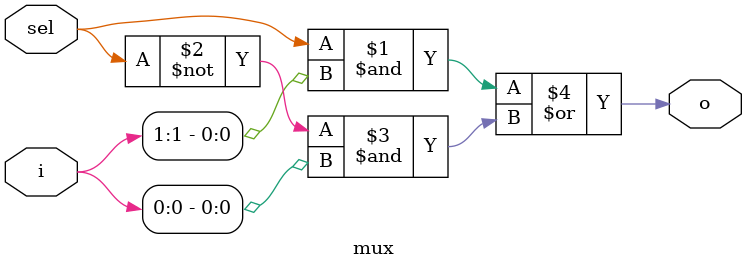
<source format=v>
`timescale 1ns / 1ps


module mux(
    input [1:0] i,
    input sel,
    output o
    );
    assign o= sel&i[1]|~sel&i[0];
    
endmodule

</source>
